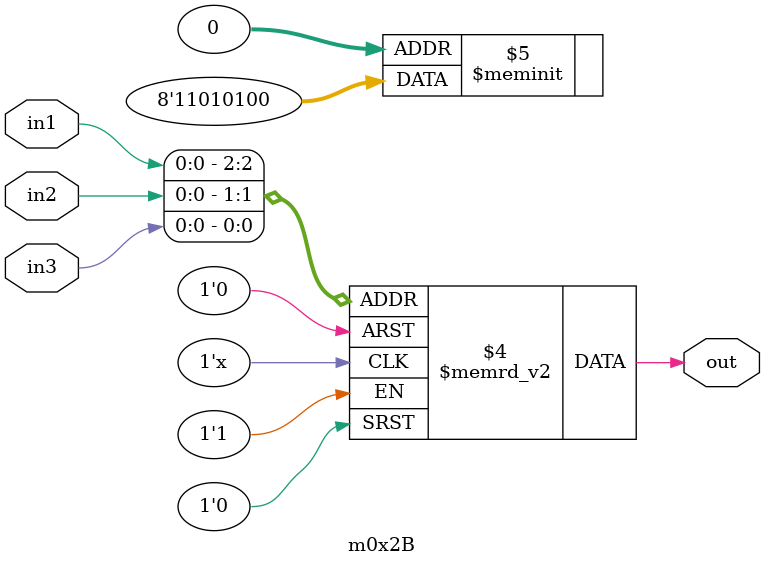
<source format=v>
module m0x2B(output out, input in1, in2, in3);

   always @(in1, in2, in3)
     begin
        case({in1, in2, in3})
          3'b000: {out} = 1'b0;
          3'b001: {out} = 1'b0;
          3'b010: {out} = 1'b1;
          3'b011: {out} = 1'b0;
          3'b100: {out} = 1'b1;
          3'b101: {out} = 1'b0;
          3'b110: {out} = 1'b1;
          3'b111: {out} = 1'b1;
        endcase // case ({in1, in2, in3})
     end // always @ (in1, in2, in3)

endmodule // m0x2B
</source>
